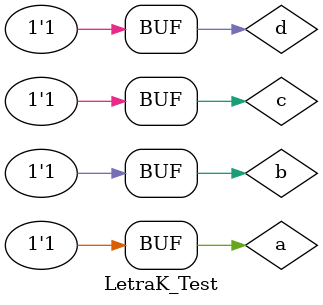
<source format=v>
/*
-------------------------------------
PUC-Minas - Ciência da Computação 
ARQ1  Extra01
Entrega: 30/09/2011
Mateus Augusto Moraes Ferreira   Matricula:435669
------------------------------------- 
Atividade: Correçao Prova de ARQ1 
------------------------------------------------
k.) montar a descrição por expressão no Verilog
do módulo capaz de calcular s1 pela expressão em (h)
------------------------------------------------
*/

module LetraK (output s1, input a, input b,
               input c, input d);


wire w1,w2;

xnor xnor1 (w1,a,c);
xnor xnor2 (w2,b,d);
and  and1  (s1,w1,w2);


endmodule//LetraJ

module LetraK_Test;

reg a,b,c,d;
wire s1;

LetraK teste1 (s1,a,b,c,d);

initial begin
$display("Correcao Prova ARQ1 - Letra k.)");
$display("Mateus Augusto Moraes Ferreira Matricula:435669");
$display("ab/cd  s1");
a=0; b=0; c=0; d=0;//--0
$monitor("%b%b %b%b  %b",a,b,c,d,s1);
#1 a=0; b=0; c=0; d=1;//--1
#1 a=0; b=0; c=1; d=0;//--2
#1 a=0; b=0; c=1; d=1;//--3
#1 a=0; b=1; c=0; d=0;//--4
#1 a=0; b=1; c=0; d=1;//--5
#1 a=0; b=1; c=1; d=0;//--6
#1 a=0; b=1; c=1; d=1;//--7
#1 a=1; b=0; c=0; d=0;//--8
#1 a=1; b=0; c=0; d=1;//--9
#1 a=1; b=0; c=1; d=0;//--10
#1 a=1; b=0; c=1; d=1;//--11
#1 a=1; b=1; c=0; d=0;//--12
#1 a=1; b=1; c=0; d=1;//--13
#1 a=1; b=1; c=1; d=0;//--14
#1 a=1; b=1; c=1; d=1;//--15

end
endmodule//LetraK_Test
				
</source>
